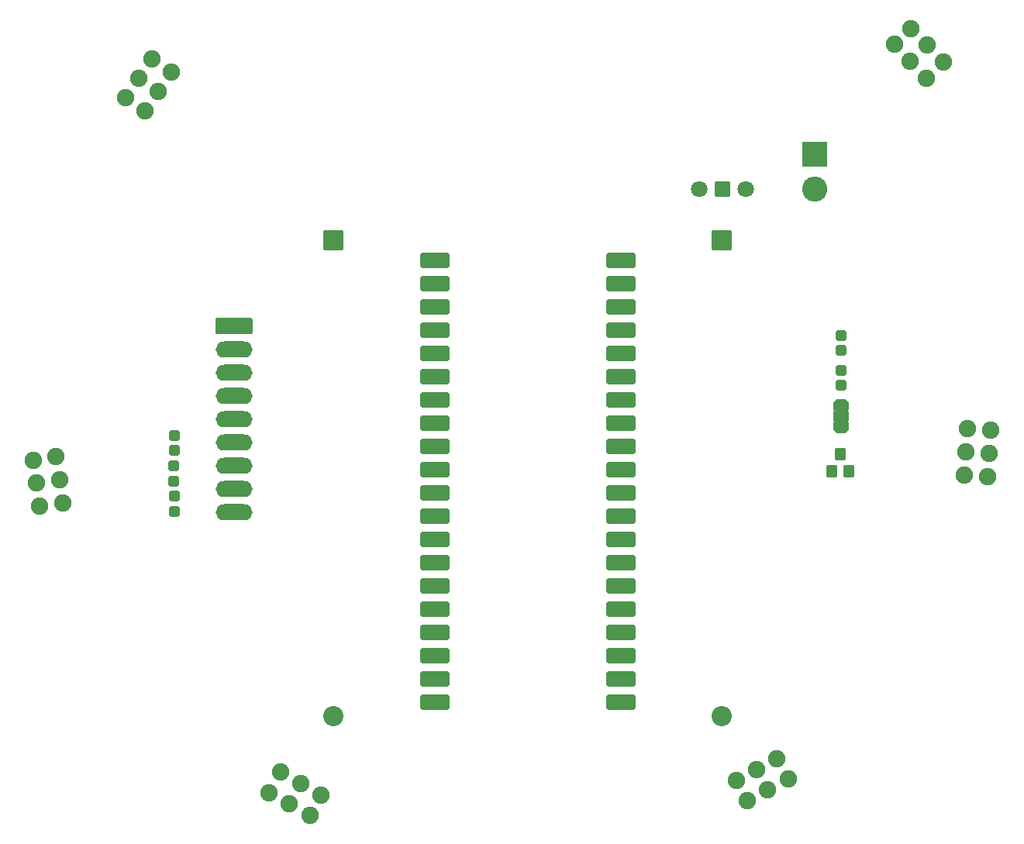
<source format=gbr>
%TF.GenerationSoftware,KiCad,Pcbnew,8.0.6*%
%TF.CreationDate,2024-10-30T16:41:28+09:00*%
%TF.ProjectId,badge24,62616467-6532-4342-9e6b-696361645f70,A*%
%TF.SameCoordinates,Original*%
%TF.FileFunction,Soldermask,Bot*%
%TF.FilePolarity,Negative*%
%FSLAX46Y46*%
G04 Gerber Fmt 4.6, Leading zero omitted, Abs format (unit mm)*
G04 Created by KiCad (PCBNEW 8.0.6) date 2024-10-30 16:41:28*
%MOMM*%
%LPD*%
G01*
G04 APERTURE LIST*
G04 Aperture macros list*
%AMRoundRect*
0 Rectangle with rounded corners*
0 $1 Rounding radius*
0 $2 $3 $4 $5 $6 $7 $8 $9 X,Y pos of 4 corners*
0 Add a 4 corners polygon primitive as box body*
4,1,4,$2,$3,$4,$5,$6,$7,$8,$9,$2,$3,0*
0 Add four circle primitives for the rounded corners*
1,1,$1+$1,$2,$3*
1,1,$1+$1,$4,$5*
1,1,$1+$1,$6,$7*
1,1,$1+$1,$8,$9*
0 Add four rect primitives between the rounded corners*
20,1,$1+$1,$2,$3,$4,$5,0*
20,1,$1+$1,$4,$5,$6,$7,0*
20,1,$1+$1,$6,$7,$8,$9,0*
20,1,$1+$1,$8,$9,$2,$3,0*%
%AMHorizOval*
0 Thick line with rounded ends*
0 $1 width*
0 $2 $3 position (X,Y) of the first rounded end (center of the circle)*
0 $4 $5 position (X,Y) of the second rounded end (center of the circle)*
0 Add line between two ends*
20,1,$1,$2,$3,$4,$5,0*
0 Add two circle primitives to create the rounded ends*
1,1,$1,$2,$3*
1,1,$1,$4,$5*%
%AMFreePoly0*
4,1,38,0.609719,0.832196,0.646627,0.781396,0.651600,0.750000,0.651600,-0.750000,0.632196,-0.809719,0.581396,-0.846627,0.550000,-0.851600,0.000000,-0.851600,-0.015662,-0.846511,-0.071157,-0.846511,-0.099781,-0.842395,-0.236332,-0.802300,-0.262637,-0.790287,-0.382359,-0.713346,-0.404214,-0.694409,-0.497411,-0.586854,-0.513046,-0.562526,-0.572165,-0.433072,-0.580312,-0.405326,-0.600566,-0.264460,
-0.601600,-0.250000,-0.601600,0.250000,-0.600566,0.264460,-0.580312,0.405326,-0.572165,0.433072,-0.513046,0.562526,-0.497411,0.586854,-0.404214,0.694409,-0.382359,0.713346,-0.262637,0.790287,-0.236332,0.802300,-0.099781,0.842395,-0.071157,0.846511,-0.031556,0.846511,-0.031396,0.846627,0.000000,0.851600,0.550000,0.851600,0.609719,0.832196,0.609719,0.832196,$1*%
%AMFreePoly1*
4,1,38,0.015662,0.846511,0.071157,0.846511,0.099781,0.842395,0.236332,0.802300,0.262637,0.790287,0.382359,0.713346,0.404214,0.694409,0.497411,0.586854,0.513046,0.562526,0.572165,0.433072,0.580312,0.405326,0.600566,0.264460,0.601600,0.250000,0.601600,-0.250000,0.600566,-0.264460,0.580312,-0.405326,0.572165,-0.433072,0.513046,-0.562526,0.497411,-0.586854,0.404214,-0.694409,
0.382359,-0.713346,0.262637,-0.790287,0.236332,-0.802300,0.099781,-0.842395,0.071157,-0.846511,0.031556,-0.846511,0.031396,-0.846627,0.000000,-0.851600,-0.550000,-0.851600,-0.609719,-0.832196,-0.646627,-0.781396,-0.651600,-0.750000,-0.651600,0.750000,-0.632196,0.809719,-0.581396,0.846627,-0.550000,0.851600,0.000000,0.851600,0.015662,0.846511,0.015662,0.846511,$1*%
G04 Aperture macros list end*
%ADD10HorizOval,1.903200X0.000000X0.000000X0.000000X0.000000X0*%
%ADD11HorizOval,1.903200X0.000000X0.000000X0.000000X0.000000X0*%
%ADD12HorizOval,1.903200X0.000000X0.000000X0.000000X0.000000X0*%
%ADD13HorizOval,1.903200X0.000000X0.000000X0.000000X0.000000X0*%
%ADD14HorizOval,1.903200X0.000000X0.000000X0.000000X0.000000X0*%
%ADD15HorizOval,1.903200X0.000000X0.000000X0.000000X0.000000X0*%
%ADD16RoundRect,0.288300X-0.313300X0.288300X-0.313300X-0.288300X0.313300X-0.288300X0.313300X0.288300X0*%
%ADD17RoundRect,0.101600X-1.905000X-0.787400X1.905000X-0.787400X1.905000X0.787400X-1.905000X0.787400X0*%
%ADD18O,4.013200X1.778000*%
%ADD19RoundRect,0.101600X-1.000000X1.000000X-1.000000X-1.000000X1.000000X-1.000000X1.000000X1.000000X0*%
%ADD20C,2.203200*%
%ADD21RoundRect,0.288300X0.313300X-0.288300X0.313300X0.288300X-0.313300X0.288300X-0.313300X-0.288300X0*%
%ADD22RoundRect,0.101600X-1.270000X-1.270000X1.270000X-1.270000X1.270000X1.270000X-1.270000X1.270000X0*%
%ADD23O,2.743200X2.743200*%
%ADD24RoundRect,0.101600X-0.457200X0.584200X-0.457200X-0.584200X0.457200X-0.584200X0.457200X0.584200X0*%
%ADD25RoundRect,0.101600X-0.750000X-0.750000X0.750000X-0.750000X0.750000X0.750000X-0.750000X0.750000X0*%
%ADD26C,1.803200*%
%ADD27FreePoly0,90.000000*%
%ADD28RoundRect,0.101600X-0.750000X0.500000X-0.750000X-0.500000X0.750000X-0.500000X0.750000X0.500000X0*%
%ADD29FreePoly1,90.000000*%
%ADD30RoundRect,0.284483X-1.341117X-0.553717X1.341117X-0.553717X1.341117X0.553717X-1.341117X0.553717X0*%
G04 APERTURE END LIST*
D10*
%TO.C,J1*%
X109274590Y-58598420D03*
X111380345Y-60018770D03*
X107854240Y-60704175D03*
X109959996Y-62124525D03*
X106433890Y-62809931D03*
X108539645Y-64230281D03*
%TD*%
D11*
%TO.C,J6*%
X195730960Y-58872730D03*
X193903837Y-60637162D03*
X193966528Y-57045607D03*
X192139405Y-58810040D03*
X192202095Y-55218484D03*
X190374972Y-56982916D03*
%TD*%
D12*
%TO.C,J5*%
X200587220Y-104218790D03*
X198053407Y-104041609D03*
X200764401Y-101684977D03*
X198230589Y-101507797D03*
X200941583Y-99151165D03*
X198407770Y-98973983D03*
%TD*%
D13*
%TO.C,J2*%
X96324750Y-102384890D03*
X98840031Y-102031390D03*
X96678250Y-104900171D03*
X99193530Y-104546670D03*
X97031749Y-107415452D03*
X99547030Y-107061952D03*
%TD*%
D14*
%TO.C,J4*%
X174293270Y-139601920D03*
X173100812Y-137359233D03*
X176535957Y-138409462D03*
X175343498Y-136166776D03*
X178778644Y-137217004D03*
X177586186Y-134974318D03*
%TD*%
D15*
%TO.C,J3*%
X122098130Y-138717100D03*
X123329546Y-136495566D03*
X124319664Y-139948516D03*
X125551080Y-137726982D03*
X126541198Y-141179933D03*
X127772615Y-138958399D03*
%TD*%
D16*
%TO.C,R5*%
X111726250Y-107988570D03*
X111726250Y-106338570D03*
%TD*%
D17*
%TO.C,J7*%
X118319050Y-87805970D03*
D18*
X118319050Y-90345970D03*
X118319050Y-92885970D03*
X118319050Y-95425970D03*
X118319050Y-97965970D03*
X118319050Y-100505970D03*
X118319050Y-103045970D03*
X118319050Y-105585970D03*
X118319050Y-108125970D03*
%TD*%
D19*
%TO.C,BT1*%
X129086250Y-78343570D03*
D20*
X129086250Y-130333570D03*
%TD*%
D21*
%TO.C,R2*%
X184586250Y-92593570D03*
X184586250Y-94243570D03*
%TD*%
D22*
%TO.C,J99*%
X181736250Y-68949570D03*
D23*
X181736250Y-72759570D03*
%TD*%
D19*
%TO.C,BT2*%
X171534600Y-78358710D03*
D20*
X171534600Y-130348710D03*
%TD*%
D21*
%TO.C,R3*%
X111736250Y-99693570D03*
X111736250Y-101343570D03*
%TD*%
D24*
%TO.C,T1*%
X185433890Y-103598200D03*
X183533890Y-103598200D03*
X184483890Y-101723200D03*
%TD*%
D25*
%TO.C,S1*%
X171608250Y-72769170D03*
D26*
X169068250Y-72769170D03*
X174148250Y-72769170D03*
%TD*%
D16*
%TO.C,R1*%
X184586250Y-90418570D03*
X184586250Y-88768570D03*
%TD*%
D27*
%TO.C,JP1*%
X184586250Y-98893570D03*
D28*
X184586250Y-97593570D03*
D29*
X184586250Y-96293570D03*
%TD*%
D21*
%TO.C,R4*%
X111711250Y-103043570D03*
X111711250Y-104693570D03*
%TD*%
D30*
%TO.C,M1*%
X140176250Y-128798570D03*
X140176250Y-126258570D03*
X140176250Y-123718570D03*
X140176250Y-121178570D03*
X140176250Y-118638570D03*
X140176250Y-116098570D03*
X140176250Y-113558570D03*
X140176250Y-111018570D03*
X140176250Y-108478570D03*
X140176250Y-105938570D03*
X140176250Y-103398570D03*
X140176250Y-100858570D03*
X140176250Y-98318570D03*
X140176250Y-95778570D03*
X140176250Y-93238570D03*
X140176250Y-90698570D03*
X140176250Y-88158570D03*
X140176250Y-85618570D03*
X140176250Y-83078570D03*
X140176250Y-80538570D03*
X160496250Y-80538570D03*
X160496250Y-83078570D03*
X160496250Y-85618570D03*
X160496250Y-88158570D03*
X160496250Y-90698570D03*
X160496250Y-93238570D03*
X160496250Y-95778570D03*
X160496250Y-98318570D03*
X160496250Y-100858570D03*
X160496250Y-103398570D03*
X160496250Y-105938570D03*
X160496250Y-108478570D03*
X160496250Y-111018570D03*
X160496250Y-113558570D03*
X160496250Y-116098570D03*
X160496250Y-118638570D03*
X160496250Y-121178570D03*
X160496250Y-123718570D03*
X160496250Y-126258570D03*
X160496250Y-128798570D03*
%TD*%
M02*

</source>
